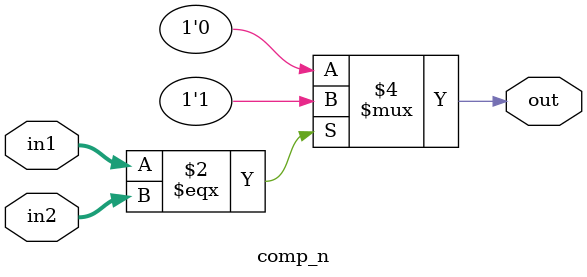
<source format=sv>
module comp_n 
	#(parameter N = 64)
	(input logic [N-1:0] in1, in2,
	output logic out);
	
	always_comb
		if(in1 === in2) out = 1'b1;
		else out = 1'b0;
		
endmodule
</source>
